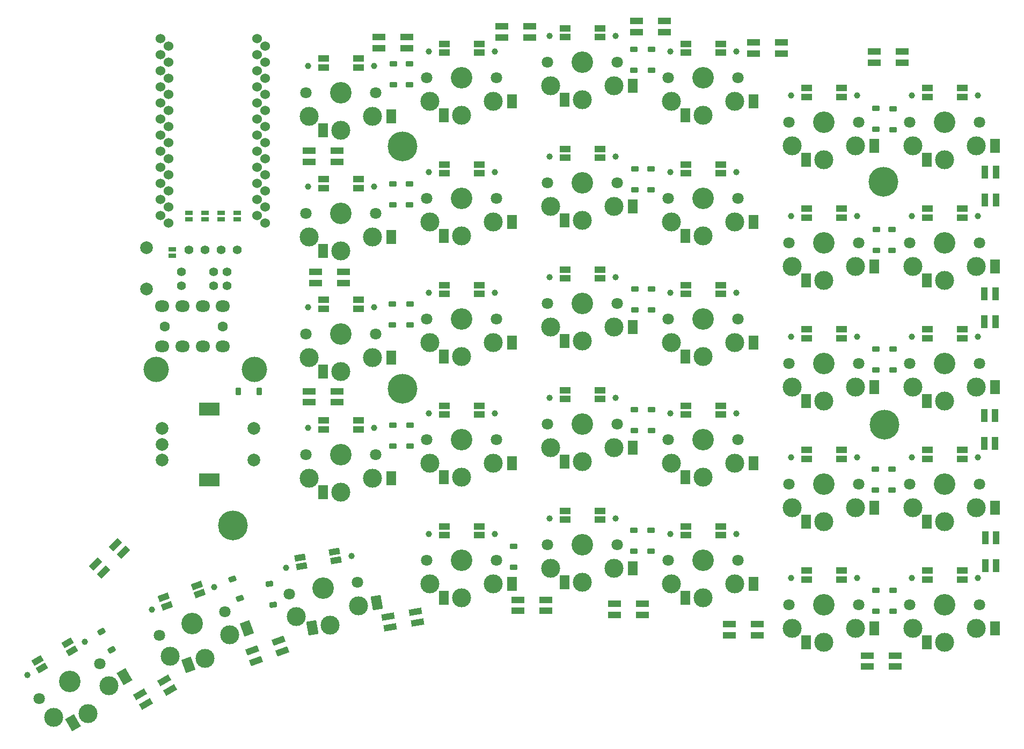
<source format=gts>
G04 #@! TF.GenerationSoftware,KiCad,Pcbnew,7.0.9*
G04 #@! TF.CreationDate,2024-01-07T00:41:02+03:00*
G04 #@! TF.ProjectId,SofleKeyboard,536f666c-654b-4657-9962-6f6172642e6b,rev?*
G04 #@! TF.SameCoordinates,Original*
G04 #@! TF.FileFunction,Soldermask,Top*
G04 #@! TF.FilePolarity,Negative*
%FSLAX46Y46*%
G04 Gerber Fmt 4.6, Leading zero omitted, Abs format (unit mm)*
G04 Created by KiCad (PCBNEW 7.0.9) date 2024-01-07 00:41:02*
%MOMM*%
%LPD*%
G01*
G04 APERTURE LIST*
G04 Aperture macros list*
%AMRoundRect*
0 Rectangle with rounded corners*
0 $1 Rounding radius*
0 $2 $3 $4 $5 $6 $7 $8 $9 X,Y pos of 4 corners*
0 Add a 4 corners polygon primitive as box body*
4,1,4,$2,$3,$4,$5,$6,$7,$8,$9,$2,$3,0*
0 Add four circle primitives for the rounded corners*
1,1,$1+$1,$2,$3*
1,1,$1+$1,$4,$5*
1,1,$1+$1,$6,$7*
1,1,$1+$1,$8,$9*
0 Add four rect primitives between the rounded corners*
20,1,$1+$1,$2,$3,$4,$5,0*
20,1,$1+$1,$4,$5,$6,$7,0*
20,1,$1+$1,$6,$7,$8,$9,0*
20,1,$1+$1,$8,$9,$2,$3,0*%
%AMRotRect*
0 Rectangle, with rotation*
0 The origin of the aperture is its center*
0 $1 length*
0 $2 width*
0 $3 Rotation angle, in degrees counterclockwise*
0 Add horizontal line*
21,1,$1,$2,0,0,$3*%
G04 Aperture macros list end*
%ADD10RotRect,2.000000X1.000000X210.000000*%
%ADD11C,1.600000*%
%ADD12O,2.300000X1.800000*%
%ADD13C,1.397000*%
%ADD14C,4.700000*%
%ADD15C,1.524000*%
%ADD16R,1.143000X0.635000*%
%ADD17C,2.000000*%
%ADD18RoundRect,0.225000X0.225000X0.375000X-0.225000X0.375000X-0.225000X-0.375000X0.225000X-0.375000X0*%
%ADD19C,4.000000*%
%ADD20R,3.200000X2.000000*%
%ADD21RoundRect,0.225000X-0.375000X0.225000X-0.375000X-0.225000X0.375000X-0.225000X0.375000X0.225000X0*%
%ADD22C,1.800000*%
%ADD23C,1.000000*%
%ADD24C,3.000000*%
%ADD25C,3.400000*%
%ADD26R,1.700000X1.000000*%
%ADD27R,1.600000X2.200000*%
%ADD28RotRect,1.700000X1.000000X210.000000*%
%ADD29RotRect,1.600000X2.200000X210.000000*%
%ADD30R,2.000000X1.000000*%
%ADD31RotRect,2.000000X1.000000X45.000000*%
%ADD32R,1.000000X2.000000*%
%ADD33RoundRect,0.225000X-0.437260X0.007356X-0.212260X-0.382356X0.437260X-0.007356X0.212260X0.382356X0*%
%ADD34RoundRect,0.225000X-0.429339X0.083173X-0.275430X-0.339688X0.429339X-0.083173X0.275430X0.339688X0*%
%ADD35RotRect,1.700000X1.000000X200.000000*%
%ADD36RotRect,1.600000X2.200000X200.000000*%
%ADD37RoundRect,0.225000X-0.408374X0.156464X-0.330232X-0.286700X0.408374X-0.156464X0.330232X0.286700X0*%
%ADD38RotRect,1.700000X1.000000X190.000000*%
%ADD39RotRect,1.600000X2.200000X190.000000*%
%ADD40RotRect,2.000000X1.000000X190.000000*%
%ADD41RotRect,2.000000X1.000000X200.000000*%
G04 APERTURE END LIST*
D10*
X89852379Y-146345564D03*
X88977379Y-144830020D03*
X92787891Y-142630020D03*
X93662891Y-144145564D03*
D11*
X92819525Y-86670084D03*
X102019525Y-86670084D03*
D12*
X102019525Y-89820084D03*
X102019525Y-83520084D03*
X98819525Y-89820084D03*
X98819525Y-83520084D03*
X95619525Y-89820084D03*
X95619525Y-83520084D03*
X92419525Y-89820084D03*
X92419525Y-83520084D03*
D13*
X95499272Y-80311965D03*
X100579272Y-80311965D03*
X95499272Y-78061965D03*
X100579272Y-78061965D03*
X102700000Y-80300000D03*
X102700000Y-78100000D03*
D14*
X103600000Y-118100000D03*
D15*
X92180000Y-41230000D03*
X108718815Y-42425745D03*
X92180000Y-43770000D03*
X108718815Y-44965745D03*
X92180000Y-46310000D03*
X108718815Y-47505745D03*
X92180000Y-48850000D03*
X108718815Y-50045745D03*
X92180000Y-51390000D03*
X108718815Y-52585745D03*
X92180000Y-53930000D03*
X108718815Y-55125745D03*
X92180000Y-56470000D03*
X108718815Y-57665745D03*
X92180000Y-59010000D03*
X108718815Y-60205745D03*
X92180000Y-61550000D03*
X108718815Y-62745745D03*
X92180000Y-64090000D03*
X108718815Y-65285745D03*
X92180000Y-66630000D03*
X108718815Y-67825745D03*
X92180000Y-69170000D03*
X108718815Y-70365745D03*
X93478815Y-70365745D03*
X107420000Y-69170000D03*
X93478815Y-67825745D03*
X107420000Y-66630000D03*
X93478815Y-65285745D03*
X107420000Y-64090000D03*
X93478815Y-62745745D03*
X107420000Y-61550000D03*
X93478815Y-60205745D03*
X107420000Y-59010000D03*
X93478815Y-57665745D03*
X107420000Y-56470000D03*
X93478815Y-55125745D03*
X107420000Y-53930000D03*
X93478815Y-52585745D03*
X107420000Y-51390000D03*
X93478815Y-50045745D03*
X107420000Y-48850000D03*
X93478815Y-47505745D03*
X107420000Y-46310000D03*
X93478815Y-44965745D03*
X107420000Y-43770000D03*
X93478815Y-42425745D03*
X107420000Y-41230000D03*
D16*
X104300000Y-69800380D03*
X104300000Y-68799620D03*
X101700000Y-69800380D03*
X101700000Y-68799620D03*
X99200000Y-69800380D03*
X99200000Y-68799620D03*
D17*
X90000000Y-74250000D03*
X90000000Y-80750000D03*
D16*
X94000000Y-74499620D03*
X94000000Y-75500380D03*
D18*
X107721125Y-96988456D03*
X104421125Y-96988456D03*
D19*
X91500000Y-93500000D03*
D16*
X96700000Y-69800380D03*
X96700000Y-68799620D03*
D13*
X96700000Y-74600000D03*
X99240000Y-74600000D03*
X101780000Y-74600000D03*
X104320000Y-74600000D03*
D19*
X107000000Y-93500000D03*
D17*
X92415822Y-102812306D03*
X92415822Y-107812306D03*
X92415822Y-105312306D03*
D20*
X99915822Y-99712306D03*
X99915822Y-110912306D03*
D17*
X106915822Y-107812306D03*
X106915822Y-102812306D03*
D14*
X206210309Y-63810590D03*
X206375000Y-102175000D03*
X130325000Y-58225000D03*
X130325000Y-96525000D03*
D21*
X166950000Y-99850000D03*
X166950000Y-103150000D03*
X169600000Y-42900000D03*
X169600000Y-46200000D03*
D22*
X221400000Y-92550000D03*
D23*
X221120000Y-88350000D03*
D24*
X220900000Y-96250000D03*
X215900000Y-98450000D03*
D25*
X215900000Y-92550000D03*
D24*
X210900000Y-96250000D03*
D23*
X210680000Y-88350000D03*
D22*
X210400000Y-92550000D03*
D26*
X213150000Y-88551000D03*
X213150000Y-87151000D03*
X218650000Y-87151000D03*
X218650000Y-88551000D03*
D27*
X213100000Y-98450000D03*
X223800000Y-96250000D03*
D22*
X221400000Y-54450000D03*
D23*
X221120000Y-50250000D03*
D24*
X220900000Y-58150000D03*
X215900000Y-60350000D03*
D25*
X215900000Y-54450000D03*
D24*
X210900000Y-58150000D03*
D23*
X210680000Y-50250000D03*
D22*
X210400000Y-54450000D03*
D26*
X213150000Y-50451000D03*
X213150000Y-49051000D03*
X218650000Y-49051000D03*
X218650000Y-50451000D03*
D27*
X213100000Y-60350000D03*
X223800000Y-58150000D03*
D22*
X164250000Y-45000000D03*
D23*
X163970000Y-40800000D03*
D24*
X163750000Y-48700000D03*
X158750000Y-50900000D03*
D25*
X158750000Y-45000000D03*
D24*
X153750000Y-48700000D03*
D23*
X153530000Y-40800000D03*
D22*
X153250000Y-45000000D03*
D26*
X156000000Y-41001000D03*
X156000000Y-39601000D03*
X161500000Y-39601000D03*
X161500000Y-41001000D03*
D27*
X155950000Y-50900000D03*
X166650000Y-48700000D03*
D21*
X128706950Y-83143161D03*
X128706950Y-86443161D03*
D22*
X145200000Y-85550000D03*
D23*
X144920000Y-81350000D03*
D24*
X144700000Y-89250000D03*
X139700000Y-91450000D03*
D25*
X139700000Y-85550000D03*
D24*
X134700000Y-89250000D03*
D23*
X134480000Y-81350000D03*
D22*
X134200000Y-85550000D03*
D26*
X136950000Y-81551000D03*
X136950000Y-80151000D03*
X142450000Y-80151000D03*
X142450000Y-81551000D03*
D27*
X136900000Y-91450000D03*
X147600000Y-89250000D03*
D22*
X202350000Y-111600000D03*
D23*
X202070000Y-107400000D03*
D24*
X201850000Y-115300000D03*
X196850000Y-117500000D03*
D25*
X196850000Y-111600000D03*
D24*
X191850000Y-115300000D03*
D23*
X191630000Y-107400000D03*
D22*
X191350000Y-111600000D03*
D26*
X194100000Y-107601000D03*
X194100000Y-106201000D03*
X199600000Y-106201000D03*
X199600000Y-107601000D03*
D27*
X194050000Y-117500000D03*
X204750000Y-115300000D03*
D22*
X82588269Y-139990450D03*
D23*
X80245782Y-136493143D03*
D24*
X84005256Y-143444744D03*
X80775129Y-147850000D03*
D25*
X77825129Y-142740450D03*
D24*
X75345002Y-148444744D03*
D23*
X71204476Y-141713143D03*
D22*
X73061989Y-145490450D03*
D28*
X73444059Y-140652214D03*
X72744059Y-139439779D03*
X77507199Y-136689779D03*
X78207199Y-137902214D03*
D29*
X78350258Y-149250000D03*
X86516730Y-141994744D03*
D21*
X167000000Y-80800000D03*
X167000000Y-84100000D03*
D22*
X221400000Y-130650000D03*
D23*
X221120000Y-126450000D03*
D24*
X220900000Y-134350000D03*
X215900000Y-136550000D03*
D25*
X215900000Y-130650000D03*
D24*
X210900000Y-134350000D03*
D23*
X210680000Y-126450000D03*
D22*
X210400000Y-130650000D03*
D26*
X213150000Y-126651000D03*
X213150000Y-125251000D03*
X218650000Y-125251000D03*
X218650000Y-126651000D03*
D27*
X213100000Y-136550000D03*
X223800000Y-134350000D03*
D22*
X126150000Y-49799000D03*
D23*
X125870000Y-45599000D03*
D24*
X125650000Y-53499000D03*
X120650000Y-55699000D03*
D25*
X120650000Y-49799000D03*
D24*
X115650000Y-53499000D03*
D23*
X115430000Y-45599000D03*
D22*
X115150000Y-49799000D03*
D26*
X117900000Y-45800000D03*
X117900000Y-44400000D03*
X123400000Y-44400000D03*
X123400000Y-45800000D03*
D27*
X117850000Y-55699000D03*
X128550000Y-53499000D03*
D22*
X145200000Y-47450000D03*
D23*
X144920000Y-43250000D03*
D24*
X144700000Y-51150000D03*
X139700000Y-53350000D03*
D25*
X139700000Y-47450000D03*
D24*
X134700000Y-51150000D03*
D23*
X134480000Y-43250000D03*
D22*
X134200000Y-47450000D03*
D26*
X136950000Y-43451000D03*
X136950000Y-42051000D03*
X142450000Y-42051000D03*
X142450000Y-43451000D03*
D27*
X136900000Y-53350000D03*
X147600000Y-51150000D03*
D30*
X126617756Y-41002947D03*
X126617756Y-42752947D03*
X131017756Y-42752947D03*
X131017756Y-41002947D03*
D22*
X145200000Y-104600000D03*
D23*
X144920000Y-100400000D03*
D24*
X144700000Y-108300000D03*
X139700000Y-110500000D03*
D25*
X139700000Y-104600000D03*
D24*
X134700000Y-108300000D03*
D23*
X134480000Y-100400000D03*
D22*
X134200000Y-104600000D03*
D26*
X136950000Y-100601000D03*
X136950000Y-99201000D03*
X142450000Y-99201000D03*
X142450000Y-100601000D03*
D27*
X136900000Y-110500000D03*
X147600000Y-108300000D03*
D31*
X81965587Y-124257326D03*
X83203024Y-125494763D03*
X86314293Y-122383494D03*
X85076856Y-121146057D03*
D21*
X205000000Y-90250000D03*
X205000000Y-93550000D03*
X204950000Y-109250000D03*
X204950000Y-112550000D03*
D30*
X186336808Y-135440188D03*
X186336808Y-133690188D03*
X181936808Y-133690188D03*
X181936808Y-135440188D03*
D21*
X169650000Y-99850000D03*
X169650000Y-103150000D03*
D22*
X183300000Y-104600000D03*
D23*
X183020000Y-100400000D03*
D24*
X182800000Y-108300000D03*
X177800000Y-110500000D03*
D25*
X177800000Y-104600000D03*
D24*
X172800000Y-108300000D03*
D23*
X172580000Y-100400000D03*
D22*
X172300000Y-104600000D03*
D26*
X175050000Y-100601000D03*
X175050000Y-99201000D03*
X180550000Y-99201000D03*
X180550000Y-100601000D03*
D27*
X175000000Y-110500000D03*
X185700000Y-108300000D03*
D22*
X221400000Y-111600000D03*
D23*
X221120000Y-107400000D03*
D24*
X220900000Y-115300000D03*
X215900000Y-117500000D03*
D25*
X215900000Y-111600000D03*
D24*
X210900000Y-115300000D03*
D23*
X210680000Y-107400000D03*
D22*
X210400000Y-111600000D03*
D26*
X213150000Y-107601000D03*
X213150000Y-106201000D03*
X218650000Y-106201000D03*
X218650000Y-107601000D03*
D27*
X213100000Y-117500000D03*
X223800000Y-115300000D03*
D32*
X223918987Y-81564247D03*
X222168987Y-81564247D03*
X222168987Y-85964247D03*
X223918987Y-85964247D03*
D33*
X82825000Y-134871058D03*
X84475000Y-137728942D03*
D22*
X183300000Y-47450000D03*
D23*
X183020000Y-43250000D03*
D24*
X182800000Y-51150000D03*
X177800000Y-53350000D03*
D25*
X177800000Y-47450000D03*
D24*
X172800000Y-51150000D03*
D23*
X172580000Y-43250000D03*
D22*
X172300000Y-47450000D03*
D26*
X175050000Y-43451000D03*
X175050000Y-42051000D03*
X180550000Y-42051000D03*
X180550000Y-43451000D03*
D27*
X175000000Y-53350000D03*
X185700000Y-51150000D03*
D21*
X166850000Y-42900000D03*
X166850000Y-46200000D03*
D22*
X164250000Y-121200000D03*
D23*
X163970000Y-117000000D03*
D24*
X163750000Y-124900000D03*
X158750000Y-127100000D03*
D25*
X158750000Y-121200000D03*
D24*
X153750000Y-124900000D03*
D23*
X153530000Y-117000000D03*
D22*
X153250000Y-121200000D03*
D26*
X156000000Y-117201000D03*
X156000000Y-115801000D03*
X161500000Y-115801000D03*
X161500000Y-117201000D03*
D27*
X155950000Y-127100000D03*
X166650000Y-124900000D03*
D22*
X126150000Y-106950000D03*
D23*
X125870000Y-102750000D03*
D24*
X125650000Y-110650000D03*
X120650000Y-112850000D03*
D25*
X120650000Y-106950000D03*
D24*
X115650000Y-110650000D03*
D23*
X115430000Y-102750000D03*
D22*
X115150000Y-106950000D03*
D26*
X117900000Y-102951000D03*
X117900000Y-101551000D03*
X123400000Y-101551000D03*
X123400000Y-102951000D03*
D27*
X117850000Y-112850000D03*
X128550000Y-110650000D03*
D22*
X183300000Y-85550000D03*
D23*
X183020000Y-81350000D03*
D24*
X182800000Y-89250000D03*
X177800000Y-91450000D03*
D25*
X177800000Y-85550000D03*
D24*
X172800000Y-89250000D03*
D23*
X172580000Y-81350000D03*
D22*
X172300000Y-85550000D03*
D26*
X175050000Y-81551000D03*
X175050000Y-80151000D03*
X180550000Y-80151000D03*
X180550000Y-81551000D03*
D27*
X175000000Y-91450000D03*
X185700000Y-89250000D03*
D21*
X207550000Y-109250000D03*
X207550000Y-112550000D03*
D22*
X145200000Y-66499000D03*
D23*
X144920000Y-62299000D03*
D24*
X144700000Y-70199000D03*
X139700000Y-72399000D03*
D25*
X139700000Y-66499000D03*
D24*
X134700000Y-70199000D03*
D23*
X134480000Y-62299000D03*
D22*
X134200000Y-66499000D03*
D26*
X136950000Y-62500000D03*
X136950000Y-61100000D03*
X142450000Y-61100000D03*
X142450000Y-62500000D03*
D27*
X136900000Y-72399000D03*
X147600000Y-70199000D03*
D30*
X168214357Y-132222665D03*
X168214357Y-130472665D03*
X163814357Y-130472665D03*
X163814357Y-132222665D03*
D21*
X205000000Y-128350000D03*
X205000000Y-131650000D03*
D30*
X167241449Y-38485986D03*
X167241449Y-40235986D03*
X171641449Y-40235986D03*
X171641449Y-38485986D03*
D34*
X103535667Y-126549507D03*
X104664333Y-129650493D03*
D30*
X185733896Y-41864154D03*
X185733896Y-43614154D03*
X190133896Y-43614154D03*
X190133896Y-41864154D03*
D22*
X126150000Y-68850000D03*
D23*
X125870000Y-64650000D03*
D24*
X125650000Y-72550000D03*
X120650000Y-74750000D03*
D25*
X120650000Y-68850000D03*
D24*
X115650000Y-72550000D03*
D23*
X115430000Y-64650000D03*
D22*
X115150000Y-68850000D03*
D26*
X117900000Y-64851000D03*
X117900000Y-63451000D03*
X123400000Y-63451000D03*
X123400000Y-64851000D03*
D27*
X117850000Y-74750000D03*
X128550000Y-72550000D03*
D22*
X183300000Y-123650000D03*
D23*
X183020000Y-119450000D03*
D24*
X182800000Y-127350000D03*
X177800000Y-129550000D03*
D25*
X177800000Y-123650000D03*
D24*
X172800000Y-127350000D03*
D23*
X172580000Y-119450000D03*
D22*
X172300000Y-123650000D03*
D26*
X175050000Y-119651000D03*
X175050000Y-118251000D03*
X180550000Y-118251000D03*
X180550000Y-119651000D03*
D27*
X175000000Y-129550000D03*
X185700000Y-127350000D03*
D21*
X128870701Y-64228952D03*
X128870701Y-67528952D03*
D22*
X202350000Y-130650000D03*
D23*
X202070000Y-126450000D03*
D24*
X201850000Y-134350000D03*
X196850000Y-136550000D03*
D25*
X196850000Y-130650000D03*
D24*
X191850000Y-134350000D03*
D23*
X191630000Y-126450000D03*
D22*
X191350000Y-130650000D03*
D26*
X194100000Y-126651000D03*
X194100000Y-125251000D03*
X199600000Y-125251000D03*
X199600000Y-126651000D03*
D27*
X194050000Y-136550000D03*
X204750000Y-134350000D03*
D21*
X147900000Y-121400000D03*
X147900000Y-124700000D03*
D22*
X164250000Y-83100000D03*
D23*
X163970000Y-78900000D03*
D24*
X163750000Y-86800000D03*
X158750000Y-89000000D03*
D25*
X158750000Y-83100000D03*
D24*
X153750000Y-86800000D03*
D23*
X153530000Y-78900000D03*
D22*
X153250000Y-83100000D03*
D26*
X156000000Y-79101000D03*
X156000000Y-77701000D03*
X161500000Y-77701000D03*
X161500000Y-79101000D03*
D27*
X155950000Y-89000000D03*
X166650000Y-86800000D03*
D21*
X169550000Y-118850000D03*
X169550000Y-122150000D03*
D22*
X183300000Y-66500000D03*
D23*
X183020000Y-62300000D03*
D24*
X182800000Y-70200000D03*
X177800000Y-72400000D03*
D25*
X177800000Y-66500000D03*
D24*
X172800000Y-70200000D03*
D23*
X172580000Y-62300000D03*
D22*
X172300000Y-66500000D03*
D26*
X175050000Y-62501000D03*
X175050000Y-61101000D03*
X180550000Y-61101000D03*
X180550000Y-62501000D03*
D27*
X175000000Y-72400000D03*
X185700000Y-70200000D03*
D22*
X102319251Y-131732359D03*
D23*
X100619653Y-127881416D03*
D24*
X103114880Y-135380232D03*
X99168861Y-139157656D03*
D25*
X97150942Y-133613470D03*
D24*
X93717953Y-138800433D03*
D23*
X90809262Y-131452106D03*
D22*
X91982633Y-135494581D03*
D35*
X93199049Y-130796195D03*
X92720221Y-129480625D03*
X97888530Y-127599514D03*
X98367358Y-128915084D03*
D36*
X96537722Y-140115313D03*
X105839988Y-134388374D03*
D22*
X202350000Y-73500000D03*
D23*
X202070000Y-69300000D03*
D24*
X201850000Y-77200000D03*
X196850000Y-79400000D03*
D25*
X196850000Y-73500000D03*
D24*
X191850000Y-77200000D03*
D23*
X191630000Y-69300000D03*
D22*
X191350000Y-73500000D03*
D26*
X194100000Y-69501000D03*
X194100000Y-68101000D03*
X199600000Y-68101000D03*
X199600000Y-69501000D03*
D27*
X194050000Y-79400000D03*
X204750000Y-77200000D03*
D21*
X167000000Y-61800000D03*
X167000000Y-65100000D03*
X128850000Y-102250000D03*
X128850000Y-105550000D03*
X169600000Y-80800000D03*
X169600000Y-84100000D03*
D37*
X109396129Y-127383944D03*
X109969167Y-130633810D03*
D22*
X164250000Y-64050000D03*
D23*
X163970000Y-59850000D03*
D24*
X163750000Y-67750000D03*
X158750000Y-69950000D03*
D25*
X158750000Y-64050000D03*
D24*
X153750000Y-67750000D03*
D23*
X153530000Y-59850000D03*
D22*
X153250000Y-64050000D03*
D26*
X156000000Y-60051000D03*
X156000000Y-58651000D03*
X161500000Y-58651000D03*
X161500000Y-60051000D03*
D27*
X155950000Y-69950000D03*
X166650000Y-67750000D03*
D21*
X207600000Y-71350000D03*
X207600000Y-74650000D03*
D22*
X126150000Y-87900000D03*
D23*
X125870000Y-83700000D03*
D24*
X125650000Y-91600000D03*
X120650000Y-93800000D03*
D25*
X120650000Y-87900000D03*
D24*
X115650000Y-91600000D03*
D23*
X115430000Y-83700000D03*
D22*
X115150000Y-87900000D03*
D26*
X117900000Y-83901000D03*
X117900000Y-82501000D03*
X123400000Y-82501000D03*
X123400000Y-83901000D03*
D27*
X117850000Y-93800000D03*
X128550000Y-91600000D03*
D21*
X205050000Y-52250000D03*
X205050000Y-55550000D03*
X131450000Y-45250000D03*
X131450000Y-48550000D03*
D30*
X150427802Y-41060285D03*
X150427802Y-39310285D03*
X146027802Y-39310285D03*
X146027802Y-41060285D03*
D21*
X207755488Y-128371180D03*
X207755488Y-131671180D03*
D22*
X202350000Y-92550000D03*
D23*
X202070000Y-88350000D03*
D24*
X201850000Y-96250000D03*
X196850000Y-98450000D03*
D25*
X196850000Y-92550000D03*
D24*
X191850000Y-96250000D03*
D23*
X191630000Y-88350000D03*
D22*
X191350000Y-92550000D03*
D26*
X194100000Y-88551000D03*
X194100000Y-87151000D03*
X199600000Y-87151000D03*
X199600000Y-88551000D03*
D27*
X194050000Y-98450000D03*
X204750000Y-96250000D03*
D22*
X221400000Y-73500000D03*
D23*
X221120000Y-69300000D03*
D24*
X220900000Y-77200000D03*
X215900000Y-79400000D03*
D25*
X215900000Y-73500000D03*
D24*
X210900000Y-77200000D03*
D23*
X210680000Y-69300000D03*
D22*
X210400000Y-73500000D03*
D26*
X213150000Y-69501000D03*
X213150000Y-68101000D03*
X218650000Y-68101000D03*
X218650000Y-69501000D03*
D27*
X213100000Y-79400000D03*
X223800000Y-77200000D03*
D21*
X207700000Y-90250000D03*
X207700000Y-93550000D03*
X166850000Y-118850000D03*
X166850000Y-122150000D03*
D32*
X223963271Y-62309091D03*
X222213271Y-62309091D03*
X222213271Y-66709091D03*
X223963271Y-66709091D03*
D22*
X164250000Y-102150000D03*
D23*
X163970000Y-97950000D03*
D24*
X163750000Y-105850000D03*
X158750000Y-108050000D03*
D25*
X158750000Y-102150000D03*
D24*
X153750000Y-105850000D03*
D23*
X153530000Y-97950000D03*
D22*
X153250000Y-102150000D03*
D26*
X156000000Y-98151000D03*
X156000000Y-96751000D03*
X161500000Y-96751000D03*
X161500000Y-98151000D03*
D27*
X155950000Y-108050000D03*
X166650000Y-105850000D03*
D32*
X223870095Y-100777004D03*
X222120095Y-100777004D03*
X222120095Y-105177004D03*
X223870095Y-105177004D03*
D22*
X123284457Y-127070784D03*
D23*
X122279388Y-122983213D03*
D24*
X123434551Y-130801397D03*
X118892538Y-133836215D03*
D25*
X117868014Y-128025849D03*
D24*
X113586473Y-132537879D03*
D23*
X111997995Y-124796100D03*
D22*
X112451571Y-128980914D03*
D38*
X114465374Y-124565135D03*
X114222266Y-123186404D03*
X119638709Y-122231339D03*
X119881816Y-123610070D03*
D39*
X116135077Y-134322430D03*
X126290494Y-130297817D03*
D21*
X205100000Y-71350000D03*
X205100000Y-74650000D03*
X169550000Y-61800000D03*
X169550000Y-65100000D03*
X131420701Y-64228952D03*
X131420701Y-67528952D03*
X131550000Y-102250000D03*
X131550000Y-105550000D03*
D30*
X208100505Y-140408071D03*
X208100505Y-138658071D03*
X203700505Y-138658071D03*
X203700505Y-140408071D03*
X204804437Y-43301948D03*
X204804437Y-45051948D03*
X209204437Y-45051948D03*
X209204437Y-43301948D03*
D32*
X224022912Y-120098099D03*
X222272912Y-120098099D03*
X222272912Y-124498099D03*
X224022912Y-124498099D03*
D21*
X131556950Y-83143161D03*
X131556950Y-86443161D03*
D22*
X202350000Y-54450000D03*
D23*
X202070000Y-50250000D03*
D24*
X201850000Y-58150000D03*
X196850000Y-60350000D03*
D25*
X196850000Y-54450000D03*
D24*
X191850000Y-58150000D03*
D23*
X191630000Y-50250000D03*
D22*
X191350000Y-54450000D03*
D26*
X194100000Y-50451000D03*
X194100000Y-49051000D03*
X199600000Y-49051000D03*
X199600000Y-50451000D03*
D27*
X194050000Y-60350000D03*
X204750000Y-58150000D03*
D21*
X128950000Y-45250000D03*
X128950000Y-48550000D03*
X207750000Y-52300000D03*
X207750000Y-55600000D03*
D22*
X145200000Y-123650000D03*
D23*
X144920000Y-119450000D03*
D24*
X144700000Y-127350000D03*
X139700000Y-129550000D03*
D25*
X139700000Y-123650000D03*
D24*
X134700000Y-127350000D03*
D23*
X134480000Y-119450000D03*
D22*
X134200000Y-123650000D03*
D26*
X136950000Y-119651000D03*
X136950000Y-118251000D03*
X142450000Y-118251000D03*
X142450000Y-119651000D03*
D27*
X136900000Y-129550000D03*
X147600000Y-127350000D03*
D30*
X152984495Y-131620526D03*
X152984495Y-129870526D03*
X148584495Y-129870526D03*
X148584495Y-131620526D03*
X120041674Y-98670295D03*
X120041674Y-96920295D03*
X115641674Y-96920295D03*
X115641674Y-98670295D03*
X120048398Y-60705351D03*
X120048398Y-58955351D03*
X115648398Y-58955351D03*
X115648398Y-60705351D03*
D40*
X132733180Y-133442942D03*
X132429296Y-131719528D03*
X128096142Y-132483580D03*
X128400026Y-134206994D03*
D41*
X111385876Y-137994109D03*
X110787341Y-136349647D03*
X106652694Y-137854535D03*
X107251229Y-139498997D03*
D30*
X121010226Y-79832145D03*
X121010226Y-78082145D03*
X116610226Y-78082145D03*
X116610226Y-79832145D03*
M02*

</source>
